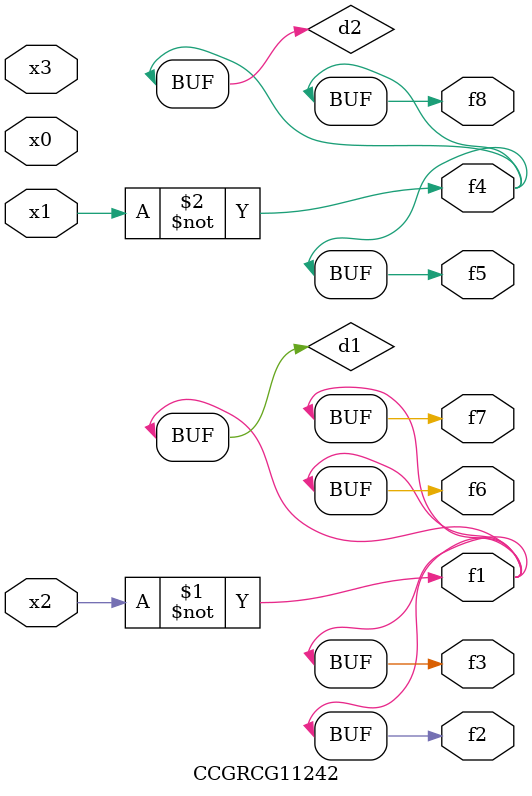
<source format=v>
module CCGRCG11242(
	input x0, x1, x2, x3,
	output f1, f2, f3, f4, f5, f6, f7, f8
);

	wire d1, d2;

	xnor (d1, x2);
	not (d2, x1);
	assign f1 = d1;
	assign f2 = d1;
	assign f3 = d1;
	assign f4 = d2;
	assign f5 = d2;
	assign f6 = d1;
	assign f7 = d1;
	assign f8 = d2;
endmodule

</source>
